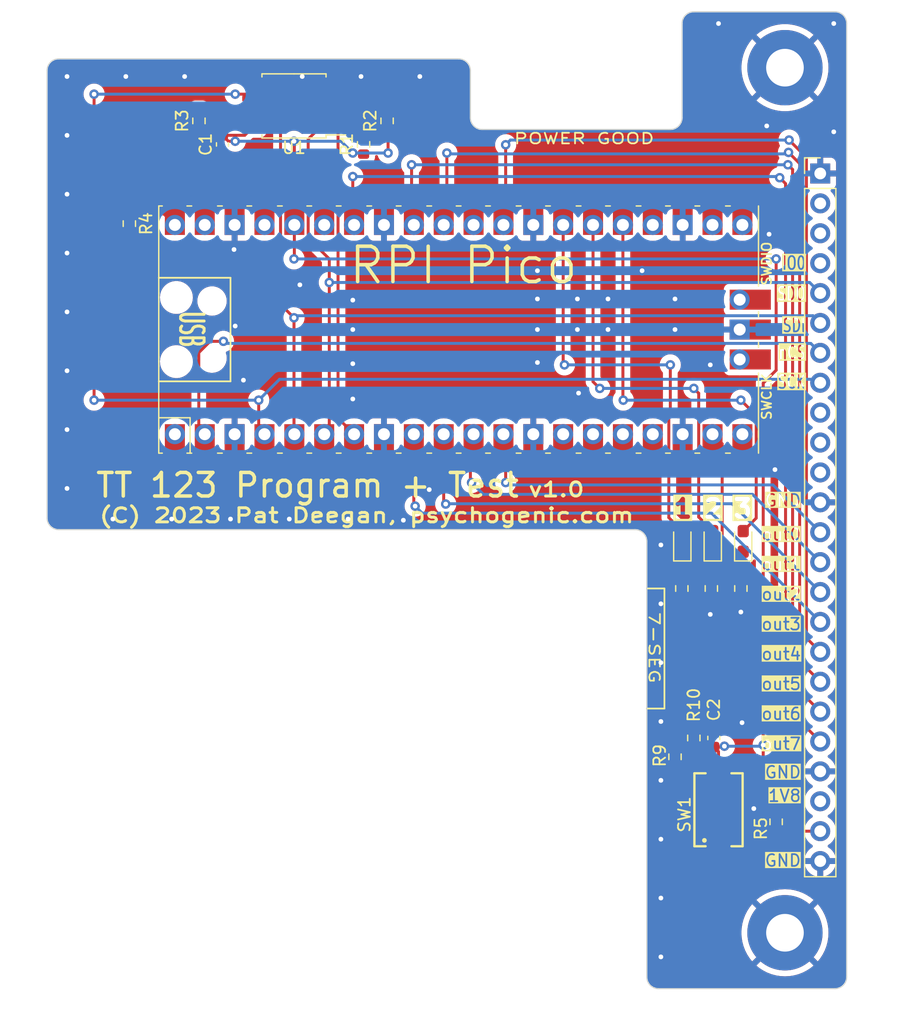
<source format=kicad_pcb>
(kicad_pcb (version 20221018) (generator pcbnew)
  (title_block (title "TT123Tester") (date "2023-12-15") (rev "1.0") (company "Psychogenic Technologies") (comment 1 "(C) 2023 Pat Deegan"))
  (layers (0 "F.Cu" signal) (31 "B.Cu" signal) (34 "B.Paste" user) (35 "F.Paste" user) (36 "B.SilkS" user "B.Silkscreen") (37 "F.SilkS" user "F.Silkscreen") (38 "B.Mask" user) (39 "F.Mask" user) (44 "Edge.Cuts" user))
  (net 0 "")
  (net 1 "GND")
  (net 2 "+3.3V")
  (net 3 "Net-(R10-Pad2)")
  (net 5 "+5V")
  (net 6 "in7")
  (net 7 "in6")
  (net 8 "in5")
  (net 9 "in4")
  (net 10 "in3")
  (net 11 "in2")
  (net 12 "in1")
  (net 13 "in0")
  (net 14 "ext_clk")
  (net 15 "ready")
  (net 16 "mprj_io0")
  (net 17 "mprj_io1_SDO")
  (net 18 "mprj_io2_SDI")
  (net 19 "mprj_io3_CSB")
  (net 20 "mprj_io4_SCK")
  (net 21 "mprj_io5_ser_rx")
  (net 22 "mprj_io6_ser_tx")
  (net 23 "mprj_io7")
  (net 24 "out0")
  (net 25 "out1")
  (net 26 "out2")
  (net 27 "out3")
  (net 28 "out4")
  (net 29 "out5")
  (net 30 "out6")
  (net 31 "out7")
  (net 32 "+1V8")
  (net 33 "/~{TST_CS}")
  (net 34 "Net-(U1-IO2)")
  (net 35 "Net-(U1-IO3)")
  (net 36 "VBUS")
  (net 46 "Net-(D1-K)")
  (net 47 "Net-(D2-K)")
  (net 48 "Net-(D3-K)")
  (net 49 "VCC")
  (footprint "flyingcarsfootprints:StitchingVia-0.4mmDrill" (layer "F.Cu") (at 75.7 25.5)
    (fp_text reference "STITCH18" hide)
    (fp_text value "StitchingVia-0.4mmDrill" hide)
  )
  (footprint "Resistor_SMD:R_0603_1608Metric" (layer "F.Cu") (at 97.9175 29.27 90)
    (fp_text reference "R2")
    (fp_text value "10k")
  )
  (footprint "Package_SO:SOIC-8_5.23x5.23mm_P1.27mm" (layer "F.Cu") (at 90 28 180)
    (fp_text reference "U1")
    (fp_text value "W25Q32JVSS")
  )
  (footprint "flyingcarsfootprints:StitchingVia-0.4mmDrill" (layer "F.Cu") (at 70.7 40.5)
    (fp_text reference "STITCH13" hide)
    (fp_text value "StitchingVia-0.4mmDrill" hide)
  )
  (footprint "flyingcarsfootprints:StitchingVia-0.4mmDrill" (layer "F.Cu") (at 121.2 80.3)
    (fp_text reference "STITCH27" hide)
    (fp_text value "StitchingVia-0.4mmDrill" hide)
  )
  (footprint "flyingcarsfootprints:StitchingVia-0.4mmDrill" (layer "F.Cu") (at 70.7 35.5)
    (fp_text reference "STITCH12" hide)
    (fp_text value "StitchingVia-0.4mmDrill" hide)
  )
  (footprint "flyingcarsfootprints:StitchingVia-0.4mmDrill" (layer "F.Cu") (at 85 46.7)
    (fp_text reference "STITCH35" hide)
    (fp_text value "StitchingVia-0.4mmDrill" hide)
  )
  (footprint "flyingcarsfootprints:StitchingVia-0.4mmDrill" (layer "F.Cu") (at 70.7 60.5)
    (fp_text reference "STITCH17" hide)
    (fp_text value "StitchingVia-0.4mmDrill" hide)
  )
  (footprint "flyingcarsfootprints:StitchingVia-0.4mmDrill" (layer "F.Cu") (at 128.1 80.4)
    (fp_text reference "STITCH27" hide)
    (fp_text value "StitchingVia-0.4mmDrill" hide)
  )
  (footprint "flyingcarsfootprints:StitchingVia-0.4mmDrill" (layer "F.Cu") (at 121.2 70.3)
    (fp_text reference "STITCH25" hide)
    (fp_text value "StitchingVia-0.4mmDrill" hide)
  )
  (footprint "LED_SMD:LED_0603_1608Metric_Pad1.05x0.95mm_HandSolder" (layer "F.Cu") (at 123.02 65 90)
    (fp_text reference "D1" hide)
    (fp_text value "LED")
  )
  (footprint "flyingcarsfootprints:StitchingVia-0.4mmDrill" (layer "F.Cu") (at 110.7 47)
    (fp_text reference "STITCH35" hide)
    (fp_text value "StitchingVia-0.4mmDrill" hide)
  )
  (footprint "flyingcarsfootprints:StitchingVia-0.4mmDrill" (layer "F.Cu") (at 101.5 60.6)
    (fp_text reference "STITCH35" hide)
    (fp_text value "StitchingVia-0.4mmDrill" hide)
  )
  (footprint "flyingcarsfootprints:StitchingVia-0.4mmDrill" (layer "F.Cu") (at 121.2 65.3)
    (fp_text reference "STITCH20" hide)
    (fp_text value "StitchingVia-0.4mmDrill" hide)
  )
  (footprint "flyingcarsfootprints:StitchingVia-0.4mmDrill" (layer "F.Cu") (at 95 44.5)
    (fp_text reference "STITCH35" hide)
    (fp_text value "StitchingVia-0.4mmDrill" hide)
  )
  (footprint "Capacitor_SMD:C_0603_1608Metric" (layer "F.Cu") (at 125.7 81.7 90)
    (fp_text reference "C2")
    (fp_text value "100nF")
  )
  (footprint "Resistor_SMD:R_0603_1608Metric" (layer "F.Cu") (at 128 69 90)
    (fp_text reference "R8" hide)
    (fp_text value "R_US")
  )
  (footprint "Resistor_SMD:R_0603_1608Metric" (layer "F.Cu") (at 122.98 69 90)
    (fp_text reference "R6" hide)
    (fp_text value "R_US")
  )
  (footprint "flyingcarsfootprints:StitchingVia-0.4mmDrill" (layer "F.Cu") (at 116.7 44.4)
    (fp_text reference "STITCH35" hide)
    (fp_text value "StitchingVia-0.4mmDrill" hide)
  )
  (footprint "flyingcarsfootprints:StitchingVia-0.4mmDrill" (layer "F.Cu") (at 70.7 25.5)
    (fp_text reference "STITCH10" hide)
    (fp_text value "StitchingVia-0.4mmDrill" hide)
  )
  (footprint "Resistor_SMD:R_0603_1608Metric" (layer "F.Cu") (at 95.9175 31.27 90)
    (fp_text reference "R1")
    (fp_text value "10k")
  )
  (footprint "flyingcarsfootprints:StitchingVia-0.4mmDrill" (layer "F.Cu") (at 90.5 43.2)
    (fp_text reference "STITCH35" hide)
    (fp_text value "StitchingVia-0.4mmDrill" hide)
  )
  (footprint "flyingcarsfootprints:StitchingVia-0.4mmDrill" (layer "F.Cu") (at 130.9 58.9)
    (fp_text reference "STITCH35" hide)
    (fp_text value "StitchingVia-0.4mmDrill" hide)
  )
  (footprint "flyingcarsfootprints:StitchingVia-0.4mmDrill" (layer "F.Cu") (at 122.4 44.4)
    (fp_text reference "STITCH35" hide)
    (fp_text value "StitchingVia-0.4mmDrill" hide)
  )
  (footprint "flyingcarsfootprints:StitchingVia-0.4mmDrill" (layer "F.Cu") (at 121.2 85.3)
    (fp_text reference "STITCH28" hide)
    (fp_text value "StitchingVia-0.4mmDrill" hide)
  )
  (footprint "flyingcarsfootprints:StitchingVia-0.4mmDrill" (layer "F.Cu") (at 110.7 49.8)
    (fp_text reference "STITCH35" hide)
    (fp_text value "StitchingVia-0.4mmDrill" hide)
  )
  (footprint "flyingcarsfootprints:StitchingVia-0.4mmDrill" (layer "F.Cu") (at 110.7 42)
    (fp_text reference "STITCH35" hide)
    (fp_text value "StitchingVia-0.4mmDrill" hide)
  )
  (footprint "Resistor_SMD:R_0603_1608Metric" (layer "F.Cu") (at 131 88.825 -90)
    (fp_text reference "R5")
    (fp_text value "R_0R_0603_JUMPER")
  )
  (footprint "MCU_RaspberryPi_and_Boards:RPi_Pico_SMD_TH" (layer "F.Cu") (at 104 47 90)
    (fp_text reference "U2" hide)
    (fp_text value "Pico" hide)
  )
  (footprint "Resistor_SMD:R_0603_1608Metric" (layer "F.Cu") (at 125.49 69 90)
    (fp_text reference "R7" hide)
    (fp_text value "R_US")
  )
  (footprint "flyingcarsfootprints:StitchingVia-0.4mmDrill" (layer "F.Cu") (at 114.2 52.4)
    (fp_text reference "STITCH35" hide)
    (fp_text value "StitchingVia-0.4mmDrill" hide)
  )
  (footprint "flyingcarsfootprints:StitchingVia-0.4mmDrill" (layer "F.Cu") (at 114.1 47)
    (fp_text reference "STITCH35" hide)
    (fp_text value "StitchingVia-0.4mmDrill" hide)
  )
  (footprint "flyingcarsfootprints:StitchingVia-0.4mmDrill" (layer "F.Cu") (at 70.7 50.5)
    (fp_text reference "STITCH15" hide)
    (fp_text value "StitchingVia-0.4mmDrill" hide)
  )
  (footprint "flyingcarsfootprints:StitchingVia-0.4mmDrill" (layer "F.Cu") (at 121.2 75.3)
    (fp_text reference "STITCH26" hide)
    (fp_text value "StitchingVia-0.4mmDrill" hide)
  )
  (footprint "flyingcarsfootprints:StitchingVia-0.4mmDrill" (layer "F.Cu") (at 84.9 40.2)
    (fp_text reference "STITCH35" hide)
    (fp_text value "StitchingVia-0.4mmDrill" hide)
  )
  (footprint "Capacitor_SMD:C_0603_1608Metric" (layer "F.Cu") (at 83.9175 31.27 90)
    (fp_text reference "C1")
    (fp_text value "100nF")
  )
  (footprint "flyingcarsfootprints:StitchingVia-0.4mmDrill" (layer "F.Cu") (at 90.7 25.5)
    (fp_text reference "STITCH21" hide)
    (fp_text value "StitchingVia-0.4mmDrill" hide)
  )
  (footprint "Resistor_SMD:R_0603_1608Metric" (layer "F.Cu") (at 81.9175 29.27 90)
    (fp_text reference "R3")
    (fp_text value "10k")
  )
  (footprint "Resistor_SMD:R_0603_1608Metric" (layer "F.Cu") (at 124 81.7 -90)
    (fp_text reference "R10")
    (fp_text value "1k")
  )
  (footprint "flyingcarsfootprints:StitchingVia-0.4mmDrill" (layer "F.Cu") (at 122.4 47)
    (fp_text reference "STITCH35" hide)
    (fp_text value "StitchingVia-0.4mmDrill" hide)
  )
  (footprint "flyingcarsfootprints:StitchingVia-0.4mmDrill" (layer "F.Cu") (at 121.2 95.3)
    (fp_text reference "STITCH30" hide)
    (fp_text value "StitchingVia-0.4mmDrill" hide)
  )
  (footprint "Connector_PinHeader_2.54mm:PinHeader_1x24_P2.54mm_Vertical" (layer "F.Cu") (at 134.75 33.74)
    (fp_text reference "J2" hide)
    (fp_text value "61302411121")
  )
  (footprint "LED_SMD:LED_0603_1608Metric_Pad1.05x0.95mm_HandSolder" (layer "F.Cu") (at 125.61 65 90)
    (fp_text reference "D2" hide)
    (fp_text value "LED")
  )
  (footprint "flyingcarsfootprints:StitchingVia-0.4mmDrill" (layer "F.Cu") (at 126.1 21)
    (fp_text reference "STITCH35" hide)
    (fp_text value "StitchingVia-0.4mmDrill" hide)
  )
  (footprint "flyingcarsfootprints:StitchingVia-0.4mmDrill" (layer "F.Cu") (at 95 52.9)
    (fp_text reference "STITCH35" hide)
    (fp_text value "StitchingVia-0.4mmDrill" hide)
  )
  (footprint "flyingcarsfootprints:StitchingVia-0.4mmDrill" (layer "F.Cu") (at 116.7 47)
    (fp_text reference "STITCH35" hide)
    (fp_text value "StitchingVia-0.4mmDrill" hide)
  )
  (footprint "flyingcarsfootprints:StitchingVia-0.4mmDrill" (layer "F.Cu") (at 121.2 100.3)
    (fp_text reference "STITCH31" hide)
    (fp_text value "StitchingVia-0.4mmDrill" hide)
  )
  (footprint "flyingcarsfootprints:StitchingVia-0.4mmDrill" (layer "F.Cu") (at 80.7 25.5)
    (fp_text reference "STITCH19" hide)
    (fp_text value "StitchingVia-0.4mmDrill" hide)
  )
  (footprint "flyingcarsfootprints:StitchingVia-0.4mmDrill" (layer "F.Cu") (at 70.7 30.5)
    (fp_text reference "STITCH11" hide)
    (fp_text value "StitchingVia-0.4mmDrill" hide)
  )
  (footprint "flyingcarsfootprints:StitchingVia-0.4mmDrill" (layer "F.Cu") (at 99.3 63.2)
    (fp_text reference "STITCH35" hide)
    (fp_text value "StitchingVia-0.4mmDrill" hide)
  )
  (footprint "flyingcarsfootprints:StitchingVia-0.4mmDrill" (layer "F.Cu") (at 125.4 50)
    (fp_text reference "STITCH35" hide)
    (fp_text value "StitchingVia-0.4mmDrill" hide)
  )
  (footprint "flyingcarsfootprints:StitchingVia-0.4mmDrill" (layer "F.Cu") (at 100.7 25.5)
    (fp_text reference "STITCH23" hide)
    (fp_text value "StitchingVia-0.4mmDrill" hide)
  )
  (footprint "flyingcarsfootprints:StitchingVia-0.4mmDrill" (layer "F.Cu") (at 95.7 25.5)
    (fp_text reference "STITCH22" hide)
    (fp_text value "StitchingVia-0.4mmDrill" hide)
  )
  (footprint "flyingcarsfootprints:StitchingVia-0.4mmDrill" (layer "F.Cu") (at 119.6 42)
    (fp_text reference "STITCH35" hide)
    (fp_text value "StitchingVia-0.4mmDrill" hide)
  )
  (footprint "flyingcarsfootprints:StitchingVia-0.4mmDrill" (layer "F.Cu") (at 70.7 55.5)
    (fp_text reference "STITCH16" hide)
    (fp_text value "StitchingVia-0.4mmDrill" hide)
  )
  (footprint "flyingcarsfootprints:StitchingVia-0.4mmDrill" (layer "F.Cu") (at 94.6 63.1)
    (fp_text reference "STITCH35" hide)
    (fp_text value "StitchingVia-0.4mmDrill" hide)
  )
  (footprint "flyingcarsfootprints:StitchingVia-0.4mmDrill" (layer "F.Cu") (at 130.2 29.7)
    (fp_text reference "STITCH35" hide)
    (fp_text value "StitchingVia-0.4mmDrill" hide)
  )
  (footprint "flyingcarsfootprints:StitchingVia-0.4mmDrill" (layer "F.Cu") (at 129.1 87.7)
    (fp_text reference "STITCH27" hide)
    (fp_text value "StitchingVia-0.4mmDrill" hide)
  )
  (footprint "flyingcarsfootprints:StitchingVia-0.4mmDrill" (layer "F.Cu") (at 74.6 63.1)
    (fp_text reference "STITCH31" hide)
    (fp_text value "StitchingVia-0.4mmDrill" hide)
  )
  (footprint "TinyTapeout:434121025816" (layer "F.Cu") (at 126.1 87.8 90)
    (fp_text reference "SW1")
    (fp_text value "434121025816")
  )
  (footprint "MountingHole:MountingHole_3.2mm_M3_Pad" (layer "F.Cu") (at 131.75 98.25)
    (fp_text reference "MT2" hide)
    (fp_text value "MountingHole_Pad")
  )
  (footprint "flyingcarsfootprints:StitchingVia-0.4mmDrill" (layer "F.Cu") (at 95 47)
    (fp_text reference "STITCH35" hide)
    (fp_text value "StitchingVia-0.4mmDrill" hide)
  )
  (footprint "flyingcarsfootprints:StitchingVia-0.4mmDrill" (layer "F.Cu") (at 95 49.9)
    (fp_text reference "STITCH35" hide)
    (fp_text value "StitchingVia-0.4mmDrill" hide)
  )
  (footprint "flyingcarsfootprints:StitchingVia-0.4mmDrill" (layer "F.Cu") (at 121.2 90.3)
    (fp_text reference "STITCH29" hide)
    (fp_text value "StitchingVia-0.4mmDrill" hide)
  )
  (footprint "MountingHole:MountingHole_3.2mm_M3_Pad" (layer "F.Cu") (at 131.75 24.75)
    (fp_text reference "MT1" hide)
    (fp_text value "MountingHole_Pad")
  )
  (footprint "flyingcarsfootprints:StitchingVia-0.4mmDrill" (layer "F.Cu") (at 135.9 21)
    (fp_text reference "STITCH35" hide)
    (fp_text value "StitchingVia-0.4mmDrill" hide)
  )
  (footprint "flyingcarsfootprints:StitchingVia-0.4mmDrill" (layer "F.Cu") (at 70.7 45.5)
    (fp_text reference "STITCH14" hide)
    (fp_text value "StitchingVia-0.4mmDrill" hide)
  )
  (footprint "flyingcarsfootprints:StitchingVia-0.4mmDrill" (layer "F.Cu") (at 110.7 44.4)
    (fp_text reference "STITCH35" hide)
    (fp_text value "StitchingVia-0.4mmDrill" hide)
  )
  (footprint "Resistor_SMD:R_0603_1608Metric" (layer "F.Cu") (at 122.4 83.3 -90)
    (fp_text reference "R9")
    (fp_text value "10k")
  )
  (footprint "flyingcarsfootprints:StitchingVia-0.4mmDrill" (layer "F.Cu") (at 114.1 44.4)
    (fp_text reference "STITCH35" hide)
    (fp_text value "StitchingVia-0.4mmDrill" hide)
  )
  (footprint "flyingcarsfootprints:StitchingVia-0.4mmDrill" (layer "F.Cu") (at 84.6 63.1)
    (fp_text reference "STITCH33" hide)
    (fp_text value "StitchingVia-0.4mmDrill" hide)
  )
  (footprint "LED_SMD:LED_0603_1608Metric_Pad1.05x0.95mm_HandSolder" (layer "F.Cu") (at 128.2 65 90)
    (fp_text reference "D3" hide)
    (fp_text value "LED")
  )
  (footprint "flyingcarsfootprints:StitchingVia-0.4mmDrill" (layer "F.Cu") (at 89.6 63.1)
    (fp_text reference "STITCH34" hide)
    (fp_text value "StitchingVia-0.4mmDrill" hide)
  )
  (footprint "flyingcarsfootprints:StitchingVia-0.4mmDrill" (layer "F.Cu") (at 130.4 38.9)
    (fp_text reference "STITCH35" hide)
    (fp_text value "StitchingVia-0.4mmDrill" hide)
  )
  (footprint "flyingcarsfootprints:StitchingVia-0.4mmDrill" (layer "F.Cu") (at 79.6 63.1)
    (fp_text reference "STITCH32" hide)
    (fp_text value "StitchingVia-0.4mmDrill" hide)
  )
  (footprint "Resistor_SMD:R_0603_1608Metric" (layer "F.Cu") (at 76 38 -90)
    (fp_text reference "R4")
    (fp_text value "R_0R_0603_JUMPER")
  )
  (footprint "flyingcarsfootprints:StitchingVia-0.4mmDrill" (layer "F.Cu") (at 85.7 51.3)
    (fp_text reference "STITCH35" hide)
    (fp_text value "StitchingVia-0.4mmDrill" hide)
  )
  (footprint "flyingcarsfootprints:StitchingVia-0.4mmDrill" (layer "F.Cu") (at 135.9 30.2)
    (fp_text reference "STITCH35" hide)
    (fp_text value "StitchingVia-0.4mmDrill" hide)
  )
  (gr_line (start 121.5 69) (end 121.5 79.2) (stroke (width 0.15)) (layer "F.SilkS"))
  (gr_line (start 84.6 42.6) (end 84.6 51.4) (stroke (width 0.15)) (layer "F.SilkS"))
  (gr_line (start 120.1 69) (end 121.5 69) (stroke (width 0.15)) (layer "F.SilkS"))
  (gr_line (start 84.6 51.4) (end 78.5 51.4) (stroke (width 0.15)) (layer "F.SilkS"))
  (gr_line (start 78.5 42.6) (end 84.6 42.6) (stroke (width 0.15)) (layer "F.SilkS"))
  (gr_line (start 121.5 79.2) (end 120 79.2) (stroke (width 0.15)) (layer "F.SilkS"))
  (gr_line (start 69 25) (end 69 63) (stroke (width 0.1)) (layer "Edge.Cuts"))
  (gr_arc (start 121 103) (mid 120.292893 102.707107) (end 120 102) (stroke (width 0.1)) (layer "Edge.Cuts"))
  (gr_line (start 121 103) (end 136 103) (stroke (width 0.1)) (layer "Edge.Cuts"))
  (gr_line (start 137 102) (end 137 21) (stroke (width 0.1)) (layer "Edge.Cuts"))
  (gr_line (start 123 21) (end 123 29) (stroke (width 0.1)) (layer "Edge.Cuts"))
  (gr_arc (start 137 102) (mid 136.707107 102.707107) (end 136 103) (stroke (width 0.1)) (layer "Edge.Cuts"))
  (gr_arc (start 70 64) (mid 69.292893 63.707107) (end 69 63) (stroke (width 0.1)) (layer "Edge.Cuts"))
  (gr_arc (start 136 20) (mid 136.707107 20.292893) (end 137 21) (stroke (width 0.1)) (layer "Edge.Cuts"))
  (gr_arc (start 119 64) (mid 119.707107 64.292893) (end 120 65) (stroke (width 0.1)) (layer "Edge.Cuts"))
  (gr_arc (start 69 25) (mid 69.292893 24.292893) (end 70 24) (stroke (width 0.1)) (layer "Edge.Cuts"))
  (gr_arc (start 106 30) (mid 105.292893 29.707107) (end 105 29) (stroke (width 0.1)) (layer "Edge.Cuts"))
  (gr_line (start 104 24) (end 70 24) (stroke (width 0.1)) (layer "Edge.Cuts"))
  (gr_line (start 105 29) (end 105 25) (stroke (width 0.1)) (layer "Edge.Cuts"))
  (gr_line (start 70 64) (end 119 64) (stroke (width 0.1)) (layer "Edge.Cuts"))
  (gr_arc (start 104 24) (mid 104.707107 24.292893) (end 105 25) (stroke (width 0.1)) (layer "Edge.Cuts"))
  (gr_arc (start 123 21) (mid 123.292893 20.292893) (end 124 20) (stroke (width 0.1)) (layer "Edge.Cuts"))
  (gr_arc (start 123 29) (mid 122.707107 29.707107) (end 122 30) (stroke (width 0.1)) (layer "Edge.Cuts"))
  (gr_line (start 120 65) (end 120 102) (stroke (width 0.1)) (layer "Edge.Cuts"))
  (gr_line (start 122 30) (end 106 30) (stroke (width 0.1)) (layer "Edge.Cuts"))
  (gr_line (start 136 20) (end 124 20) (stroke (width 0.1)) (layer "Edge.Cuts"))
  (gr_text "2" (at 124.7 63.1) (layer "F.SilkS" knockout) (effects (font (size 1.5 1.5) (thickness 0.375) bold) (justify left bottom)))
  (gr_text "IO0" (at 133.6 42) (layer "F.SilkS" knockout) (effects (font (size 1.1 0.8)) (justify right bottom)))
  (gr_text "SDO" (at 133.6 44.6) (layer "F.SilkS" knockout) (effects (font (size 1.1 0.8)) (justify right bottom)))
  (gr_text "out7" (at 133.2 82.78) (layer "F.SilkS" knockout) (effects (font (size 1 1)) (justify right bottom)))
  (gr_text "out1" (at 133.2 67.54) (layer "F.SilkS" knockout) (effects (font (size 1 1)) (justify right bottom)))
  (gr_text "1" (at 122.1 63.1) (layer "F.SilkS" knockout) (effects (font (size 1.5 1.5) (thickness 0.375) bold) (justify left bottom)))
  (gr_text "out5" (at 133.2 77.7) (layer "F.SilkS" knockout) (effects (font (size 1 1)) (justify right bottom)))
  (gr_text "out3" (at 133.2 72.62) (layer "F.SilkS" knockout) (effects (font (size 1 1)) (justify right bottom)))
  (gr_text "out4" (at 133.2 75.16) (layer "F.SilkS" knockout) (effects (font (size 1 1)) (justify right bottom)))
  (gr_text "USB" (at 80.1 45.3 270) (layer "F.SilkS") (effects (font (size 2 1) (thickness 0.25)) (justify left bottom)))
  (gr_text "7-SEG" (at 120.1 70.9 270) (layer "F.SilkS") (effects (font (size 0.9 1.2)) (justify left bottom)))
  (gr_text "RPI Pico" (at 94.5 43.3) (layer "F.SilkS") (effects (font (size 3 3) (thickness 0.3)) (justify left bottom)))
  (gr_text "TT 123 Program + Test" (at 73 61.4) (layer "F.SilkS") (effects (font (size 2 2) (thickness 0.3)) (justify left bottom)))
  (gr_text "POWER GOOD" (at 108.6 31.3) (layer "F.SilkS") (effects (font (size 0.9 1.2)) (justify left bottom)))
  (gr_text "GND" (at 133.2 92.7) (layer "F.SilkS" knockout) (effects (font (size 1 1)) (justify right bottom)))
  (gr_text "v1.0" (at 109.8 61.3) (layer "F.SilkS") (effects (font (size 1.2 1.5) (thickness 0.25)) (justify left bottom)))
  (gr_text "1V8" (at 133.2 87.2) (layer "F.SilkS" knockout) (effects (font (size 1 1)) (justify right bottom)))
  (gr_text "(C) 2023 Pat Deegan, psychogenic.com" (at 73.3 63.5) (layer "F.SilkS") (effects (font (size 1.2 1.5) (thickness 0.25)) (justify left bottom)))
  (gr_text "SDI" (at 133.6 47.3) (layer "F.SilkS" knockout) (effects (font (size 1.1 0.8)) (justify right bottom)))
  (gr_text "nCS" (at 133.6 49.6) (layer "F.SilkS" knockout) (effects (font (size 1.1 0.8)) (justify right bottom)))
  (gr_text "out0" (at 133.2 65) (layer "F.SilkS" knockout) (effects (font (size 1 1)) (justify right bottom)))
  (gr_text "out2" (at 133.2 70.08) (layer "F.SilkS" knockout) (effects (font (size 1 1)) (justify right bottom)))
  (gr_text "GND" (at 133.2 85.2) (layer "F.SilkS" knockout) (effects (font (size 1 1)) (justify right bottom)))
  (gr_text "GND" (at 133.2 62.1) (layer "F.SilkS" knockout) (effects (font (size 1 1)) (justify right bottom)))
  (gr_text "3" (at 127.2 63.1) (layer "F.SilkS" knockout) (effects (font (size 1.5 1.5) (thickness 0.375) bold) (justify left bottom)))
  (gr_text "out6" (at 133.2 80.24) (layer "F.SilkS" knockout) (effects (font (size 1 1)) (justify right bottom)))
  (gr_text "SCK" (at 133.6 52.1) (layer "F.SilkS" knockout) (effects (font (size 1.1 0.8)) (justify right bottom)))
  (segment (start 127.9 47) (end 122.4 47) (width 0.25) (layer "F.Cu") (net 1))
  (segment (start 125.49 69.825) (end 125.49 71.11) (width 0.25) (layer "F.Cu") (net 1))
  (segment (start 128 69.825) (end 128 71) (width 0.25) (layer "F.Cu") (net 1))
  (segment (start 125.49 71.11) (end 125.4 71.2) (width 0.25) (layer "F.Cu") (net 1))
  (via (at 125.4 71.2) (size 0.8) (drill 0.4) (layers "F.Cu" "B.Cu") (net 1))
  (via (at 128 71) (size 0.8) (drill 0.4) (layers "F.Cu" "B.Cu") (net 1))
  (segment (start 131.03 89.62) (end 134.75 89.62) (width 0.25) (layer "F.Cu") (net 2))
  (segment (start 131 89.65) (end 131.03 89.62) (width 0.25) (layer "F.Cu") (net 2))
  (segment (start 126.1 91.05) (end 124 88.95) (width 0.25) (layer "F.Cu") (net 3))
  (segment (start 122.45 82.525) (end 122.4 82.475) (width 0.25) (layer "F.Cu") (net 3))
  (segment (start 124 82.525) (end 122.45 82.525) (width 0.25) (layer "F.Cu") (net 3))
  (segment (start 124 88.95) (end 124 82.525) (width 0.25) (layer "F.Cu") (net 3))
  (segment (start 122 54) (end 121.875 54.125) (width 0.25) (layer "F.Cu") (net 6))
  (segment (start 112.89 38.11) (end 112.89 49.89) (width 0.25) (layer "F.Cu") (net 6))
  (segment (start 122 50) (end 122 54) (width 0.25) (layer "F.Cu") (net 6))
  (segment (start 112.89 49.89) (end 113 50) (width 0.25) (layer "F.Cu") (net 6))
  (segment (start 121.875 54.125) (end 121.875 62.98) (width 0.25) (layer "F.Cu") (net 6))
  (segment (start 121.875 62.98) (end 123.02 64.125) (width 0.25) (layer "F.Cu") (net 6))
  (via (at 113 50) (size 0.8) (drill 0.4) (layers "F.Cu" "B.Cu") (net 6))
  (via (at 122 50) (size 0.8) (drill 0.4) (layers "F.Cu" "B.Cu") (net 6))
  (segment (start 113 50) (end 122 50) (width 0.25) (layer "B.Cu") (net 6))
  (segment (start 115.43 51.43) (end 116 52) (width 0.25) (layer "F.Cu") (net 7))
  (segment (start 124.415 52.415) (end 124.415 62.93) (width 0.25) (layer "F.Cu") (net 7))
  (segment (start 124.415 62.93) (end 125.61 64.125) (width 0.25) (layer "F.Cu") (net 7))
  (segment (start 124 52) (end 124.415 52.415) (width 0.25) (layer "F.Cu") (net 7))
  (segment (start 115.43 38.11) (end 115.43 51.43) (width 0.25) (layer "F.Cu") (net 7))
  (via (at 124 52) (size 0.8) (drill 0.4) (layers "F.Cu" "B.Cu") (net 7))
  (via (at 116 52) (size 0.8) (drill 0.4) (layers "F.Cu" "B.Cu") (net 7))
  (segment (start 116 52) (end 124 52) (width 0.25) (layer "B.Cu") (net 7))
  (segment (start 117.97 52.97) (end 118 53) (width 0.25) (layer "F.Cu") (net 8))
  (segment (start 128 53) (end 129.305 54.305) (width 0.25) (layer "F.Cu") (net 8))
  (segment (start 129.305 63.02) (end 128.2 64.125) (width 0.25) (layer "F.Cu") (net 8))
  (segment (start 117.97 38.11) (end 117.97 52.97) (width 0.25) (layer "F.Cu") (net 8))
  (segment (start 129.305 54.305) (end 129.305 63.02) (width 0.25) (layer "F.Cu") (net 8))
  (via (at 128 53) (size 0.8) (drill 0.4) (layers "F.Cu" "B.Cu") (net 8))
  (via (at 118 53) (size 0.8) (drill 0.4) (layers "F.Cu" "B.Cu") (net 8))
  (segment (start 118 53) (end 128 53) (width 0.25) (layer "B.Cu") (net 8))
  (segment (start 125.65 80.875) (end 125.7 80.925) (width 0.25) (layer "F.Cu") (net 13))
  (segment (start 124 80.875) (end 125.65 80.875) (width 0.25) (layer "F.Cu") (net 13))
  (segment (start 126.41 56.71) (end 125.59 55.89) (width 0.25) (layer "F.Cu") (net 13))
  (segment (start 125.7 80.925) (end 126.41 80.215) (width 0.25) (layer "F.Cu") (net 13))
  (segment (start 126.41 80.215) (end 126.41 56.71) (width 0.25) (layer "F.Cu") (net 13))
  (segment (start 91.205 30.824092) (end 93.394092 28.635) (width 0.25) (layer "F.Cu") (net 17))
  (segment (start 93 43) (end 93 55.46) (width 0.25) (layer "F.Cu") (net 17))
  (segment (start 93 55.46) (end 92.57 55.89) (width 0.25) (layer "F.Cu") (net 17))
  (segment (start 93 41) (end 91.205 39.205) (width 0.25) (layer "F.Cu") (net 17))
  (segment (start 93 43) (end 93 41) (width 0.25) (layer "F.Cu") (net 17))
  (segment (start 91.205 39.205) (end 91.205 30.824092) (width 0.25) (layer "F.Cu") (net 17))
  (segment (start 93.394092 28.635) (end 93.6 28.635) (width 0.25) (layer "F.Cu") (net 17))
  (via (at 93 43) (size 0.8) (drill 0.4) (layers "F.Cu" "B.Cu") (net 17))
  (segment (start 134.75 43.9) (end 133.85 43) (width 0.25) (layer "B.Cu") (net 17))
  (segment (start 133.85 43) (end 93 43) (width 0.25) (layer "B.Cu") (net 17))
  (segment (start 90 55.86) (end 90.03 55.89) (width 0.25) (layer "F.Cu") (net 18))
  (segment (start 88.855 44.855) (end 88.855 28.344092) (width 0.25) (layer "F.Cu") (net 18))
  (segment (start 90 46) (end 90 55.86) (width 0.25) (layer "F.Cu") (net 18))
  (segment (start 90 46) (end 88.855 44.855) (width 0.25) (layer "F.Cu") (net 18))
  (segment (start 86.605908 26.095) (end 86.4 26.095) (width 0.25) (layer "F.Cu") (net 18))
  (segment (start 88.855 28.344092) (end 86.605908 26.095) (width 0.25) (layer "F.Cu") (net 18))
  (via (at 90 46) (size 0.8) (drill 0.4) (layers "F.Cu" "B.Cu") (net 18))
  (segment (start 90.175 45.825) (end 90 46) (width 0.25) (layer "B.Cu") (net 18))
  (segment (start 134.135 45.825) (end 90.175 45.825) (width 0.25) (layer "B.Cu") (net 18))
  (segment (start 134.75 46.44) (end 134.135 45.825) (width 0.25) (layer "B.Cu") (net 18))
  (segment (start 81.905 55.385) (end 82.41 55.89) (width 0.25) (layer "F.Cu") (net 19))
  (segment (start 81.905 48.95901) (end 81.905 55.385) (width 0.25) (layer "F.Cu") (net 19))
  (segment (start 82.86401 48) (end 81.905 48.95901) (width 0.25) (layer "F.Cu") (net 19))
  (segment (start 84 48) (end 82.86401 48) (width 0.25) (layer "F.Cu") (net 19))
  (via (at 84 48) (size 0.8) (drill 0.4) (layers "F.Cu" "B.Cu") (net 19))
  (segment (start 133.945 48.175) (end 84.175 48.175) (width 0.25) (layer "B.Cu") (net 19))
  (segment (start 134.75 48.98) (end 133.945 48.175) (width 0.25) (layer "B.Cu") (net 19))
  (segment (start 84.175 48.175) (end 84 48) (width 0.25) (layer "B.Cu") (net 19))
  (segment (start 86.035 27) (end 86.4 27.365) (width 0.25) (layer "F.Cu") (net 20))
  (segment (start 85 27) (end 86.035 27) (width 0.25) (layer "F.Cu") (net 20))
  (segment (start 73 53) (end 73 27) (width 0.25) (layer "F.Cu") (net 20))
  (segment (start 87 55.4) (end 87.49 55.89) (width 0.25) (layer "F.Cu") (net 20))
  (segment (start 87 53) (end 87 55.4) (width 0.25) (layer "F.Cu") (net 20))
  (via (at 87 53) (size 0.8) (drill 0.4) (layers "F.Cu" "B.Cu") (net 20))
  (via (at 85 27) (size 0.8) (drill 0.4) (layers "F.Cu" "B.Cu") (net 20))
  (via (at 73 53) (size 0.8) (drill 0.4) (layers "F.Cu" "B.Cu") (net 20))
  (via (at 73 27) (size 0.8) (drill 0.4) (layers "F.Cu" "B.Cu") (net 20))
  (segment (start 87 53) (end 73 53) (width 0.25) (layer "B.Cu") (net 20))
  (segment (start 134.75 51.52) (end 134.455 51.225) (width 0.25) (layer "B.Cu") (net 20))
  (segment (start 134.455 51.225) (end 88.775 51.225) (width 0.25) (layer "B.Cu") (net 20))
  (segment (start 88.775 51.225) (end 87 53) (width 0.25) (layer "B.Cu") (net 20))
  (segment (start 73 27) (end 85 27) (width 0.25) (layer "B.Cu") (net 20))
  (segment (start 108 56.08) (end 107.81 55.89) (width 0.25) (layer "F.Cu") (net 24))
  (segment (start 108 60) (end 108 56.08) (width 0.25) (layer "F.Cu") (net 24))
  (via (at 108 60) (size 0.8) (drill 0.4) (layers "F.Cu" "B.Cu") (net 24))
  (segment (start 108.2 60.2) (end 108 60) (width 0.25) (layer "B.Cu") (net 24))
  (segment (start 130.73 60.2) (end 108.2 60.2) (width 0.25) (layer "B.Cu") (net 24))
  (segment (start 134.75 64.22) (end 130.73 60.2) (width 0.25) (layer "B.Cu") (net 24))
  (segment (start 105.27 55.89) (end 105 56.16) (width 0.25) (layer "F.Cu") (net 25))
  (segment (start 105 59.900006) (end 105.1 60.000006) (width 0.25) (layer "F.Cu") (net 25))
  (segment (start 105 56.16) (end 105 59.900006) (width 0.25) (layer "F.Cu") (net 25))
  (via (at 105.1 60.000006) (size 0.8) (drill 0.4) (layers "F.Cu" "B.Cu") (net 25))
  (segment (start 134.75 66.76) (end 128.99 61) (width 0.25) (layer "B.Cu") (net 25))
  (segment (start 106.099994 61) (end 105.1 60.000006) (width 0.25) (layer "B.Cu") (net 25))
  (segment (start 128.99 61) (end 106.099994 61) (width 0.25) (layer "B.Cu") (net 25))
  (segment (start 102.73 61.655001) (end 102.899999 61.825) (width 0.25) (layer "F.Cu") (net 26))
  (segment (start 102.73 55.89) (end 102.73 61.655001) (width 0.25) (layer "F.Cu") (net 26))
  (via (at 102.899999 61.825) (size 0.8) (drill 0.4) (layers "F.Cu" "B.Cu") (net 26))
  (segment (start 134.75 69.3) (end 127.25 61.8) (width 0.25) (layer "B.Cu") (net 26))
  (segment (start 102.924999 61.8) (end 102.899999 61.825) (width 0.25) (layer "B.Cu") (net 26))
  (segment (start 127.25 61.8) (end 102.924999 61.8) (width 0.25) (layer "B.Cu") (net 26))
  (segment (start 100.19 55.89) (end 100.19 61.89) (width 0.25) (layer "F.Cu") (net 27))
  (segment (start 100.19 61.89) (end 100.3 62) (width 0.25) (layer "F.Cu") (net 27))
  (via (at 100.3 62) (size 0.8) (drill 0.4) (layers "F.Cu" "B.Cu") (net 27))
  (segment (start 125.51 62.6) (end 100.9 62.6) (width 0.25) (layer "B.Cu") (net 27))
  (segment (start 100.9 62.6) (end 100.3 62) (width 0.25) (layer "B.Cu") (net 27))
  (segment (start 134.75 71.84) (end 125.51 62.6) (width 0.25) (layer "B.Cu") (net 27))
  (segment (start 108 37.92) (end 108 31.3) (width 0.25) (layer "F.Cu") (net 28))
  (segment (start 107.81 38.11) (end 108 37.92) (width 0.25) (layer "F.Cu") (net 28))
  (segment (start 133.575 73.205) (end 133.575 32.375) (width 0.25) (layer "F.Cu") (net 28))
  (segment (start 133.575 32.375) (end 132.1 30.9) (width 0.25) (layer "F.Cu") (net 28))
  (segment (start 134.75 74.38) (end 133.575 73.205) (width 0.25) (layer "F.Cu") (net 28))
  (via (at 108 31.3) (size 0.8) (drill 0.4) (layers "F.Cu" "B.Cu") (net 28))
  (via (at 132.1 30.9) (size 0.8) (drill 0.4) (layers "F.Cu" "B.Cu") (net 28))
  (segment (start 108.4 30.9) (end 108 31.3) (width 0.25) (layer "B.Cu") (net 28))
  (segment (start 132.1 30.9) (end 108.4 30.9) (width 0.25) (layer "B.Cu") (net 28))
  (segment (start 133 32.896016) (end 132.051992 31.948008) (width 0.25) (layer "F.Cu") (net 29))
  (segment (start 134.75 76.92) (end 133 75.17) (width 0.25) (layer "F.Cu") (net 29))
  (segment (start 103 37.84) (end 102.73 38.11) (width 0.25) (layer "F.Cu") (net 29))
  (segment (start 133 75.17) (end 133 32.896016) (width 0.25) (layer "F.Cu") (net 29))
  (segment (start 103 32) (end 103 37.84) (width 0.25) (layer "F.Cu") (net 29))
  (via (at 103 32) (size 0.8) (drill 0.4) (layers "F.Cu" "B.Cu") (net 29))
  (via (at 132.051992 31.948008) (size 0.8) (drill 0.4) (layers "F.Cu" "B.Cu") (net 29))
  (segment (start 103 32) (end 103.075 32.075) (width 0.25) (layer "B.Cu") (net 29))
  (segment (start 103.075 32.075) (end 131.925 32.075) (width 0.25) (layer "B.Cu") (net 29))
  (segment (start 131.925 32.075) (end 132.051992 31.948008) (width 0.25) (layer "B.Cu") (net 29))
  (segment (start 134.75 79.46) (end 132.4 77.11) (width 0.25) (layer "F.Cu") (net 30))
  (segment (start 100 37.92) (end 100.19 38.11) (width 0.25) (layer "F.Cu") (net 30))
  (segment (start 132.4 77.11) (end 132.4 33.4) (width 0.25) (layer "F.Cu") (net 30))
  (segment (start 100 33) (end 100 37.92) (width 0.25) (layer "F.Cu") (net 30))
  (segment (start 132.4 33.4) (end 132 33) (width 0.25) (layer "F.Cu") (net 30))
  (via (at 132 33) (size 0.8) (drill 0.4) (layers "F.Cu" "B.Cu") (net 30))
  (via (at 100 33) (size 0.8) (drill 0.4) (layers "F.Cu" "B.Cu") (net 30))
  (segment (start 132 33) (end 100 33) (width 0.25) (layer "B.Cu") (net 30))
  (segment (start 95 38) (end 95.11 38.11) (width 0.25) (layer "F.Cu") (net 31))
  (segment (start 131.8 79.05) (end 131.8 34.600004) (width 0.25) (layer "F.Cu") (net 31))
  (segment (start 131.8 34.600004) (end 131.299998 34.100002) (width 0.25) (layer "F.Cu") (net 31))
  (segment (start 95 34) (end 95 38) (width 0.25) (layer "F.Cu") (net 31))
  (segment (start 134.75 82) (end 131.8 79.05) (width 0.25) (layer "F.Cu") (net 31))
  (via (at 131.299998 34.100002) (size 0.8) (drill 0.4) (layers "F.Cu" "B.Cu") (net 31))
  (via (at 95 34) (size 0.8) (drill 0.4) (layers "F.Cu" "B.Cu") (net 31))
  (segment (start 131 34) (end 131.199996 34) (width 0.25) (layer "B.Cu") (net 31))
  (segment (start 95 34) (end 131 34) (width 0.25) (layer "B.Cu") (net 31))
  (segment (start 131.199996 34) (end 131.299998 34.100002) (width 0.25) (layer "B.Cu") (net 31))
  (segment (start 93.6 29.905) (end 95.3775 29.905) (width 0.25) (layer "F.Cu") (net 33))
  (segment (start 93.745 54.525) (end 95.11 55.89) (width 0.25) (layer "F.Cu") (net 33))
  (segment (start 95.3775 29.905) (end 95.9175 30.445) (width 0.25) (layer "F.Cu") (net 33))
  (segment (start 93.6 29.905) (end 93.745 30.05) (width 0.25) (layer "F.Cu") (net 33))
  (segment (start 93.745 30.05) (end 93.745 54.525) (width 0.25) (layer "F.Cu") (net 33))
  (segment (start 96.8375 27.365) (end 97.9175 28.445) (width 0.25) (layer "F.Cu") (net 34))
  (segment (start 93.6 27.365) (end 96.8375 27.365) (width 0.25) (layer "F.Cu") (net 34))
  (segment (start 86.4 28.635) (end 86.21 28.445) (width 0.25) (layer "F.Cu") (net 35))
  (segment (start 86.21 28.445) (end 81.9175 28.445) (width 0.25) (layer "F.Cu") (net 35))
  (segment (start 78.935 37.175) (end 79.87 38.11) (width 0.25) (layer "F.Cu") (net 36))
  (segment (start 76 37.175) (end 78.935 37.175) (width 0.25) (layer "F.Cu") (net 36))
  (segment (start 123.02 65.875) (end 123.02 68.135) (width 0.25) (layer "F.Cu") (net 46))
  (segment (start 123.02 68.135) (end 122.98 68.175) (width 0.25) (layer "F.Cu") (net 46))
  (segment (start 125.61 68.055) (end 125.49 68.175) (width 0.25) (layer "F.Cu") (net 47))
  (segment (start 125.61 65.875) (end 125.61 68.055) (width 0.25) (layer "F.Cu") (net 47))
  (segment (start 128.2 67.975) (end 128 68.175) (width 0.25) (layer "F.Cu") (net 48))
  (segment (start 128.2 65.875) (end 128.2 67.975) (width 0.25) (layer "F.Cu") (net 48))
  (segment (start 90.03 31.03) (end 90 31) (width 0.25) (layer "F.Cu") (net 49))
  (segment (start 85.81 30.495) (end 86.4 29.905) (width 0.25) (layer "F.Cu") (net 49))
  (segment (start 90.03 38.11) (end 90.03 40.97) (width 0.25) (layer "F.Cu") (net 49))
  (segment (start 129.9 51.554416) (end 131 50.454416) (width 0.25) (layer "F.Cu") (net 49))
  (segment (start 90.03 38.11) (end 90.03 31.03) (width 0.25) (layer "F.Cu") (net 49))
  (segment (start 98 32) (end 98 30.1775) (width 0.25) (layer "F.Cu") (net 49))
  (segment (start 98 30.1775) (end 97.9175 30.095) (width 0.25) (layer "F.Cu") (net 49))
  (segment (start 83.9175 30.495) (end 82.3175 30.495) (width 0.25) (layer "F.Cu") (net 49))
  (segment (start 131 50.454416) (end 131 41) (width 0.25) (layer "F.Cu") (net 49))
  (segment (start 95.8225 32) (end 95.9175 32.095) (width 0.25) (layer "F.Cu") (net 49))
  (segment (start 83.9175 30.495) (end 85.81 30.495) (width 0.25) (layer "F.Cu") (net 49))
  (segment (start 95 32) (end 95.8225 32) (width 0.25) (layer "F.Cu") (net 49))
  (segment (start 125.7 82.475) (end 126.525 82.475) (width 0.25) (layer "F.Cu") (net 49))
  (segment (start 126.1 82.875) (end 125.7 82.475) (width 0.25) (layer "F.Cu") (net 49))
  (segment (start 82.3175 30.495) (end 81.9175 30.095) (width 0.25) (layer "F.Cu") (net 49))
  (segment (start 126.525 82.475) (end 126.6 82.4) (width 0.25) (layer "F.Cu") (net 49))
  (segment (start 126.1 84.55) (end 126.1 82.875) (width 0.25) (layer "F.Cu") (net 49))
  (segment (start 85 31) (end 84.4225 31) (width 0.25) (layer "F.Cu") (net 49))
  (segment (start 129.9 86.9) (end 129.9 51.554416) (width 0.25) (layer "F.Cu") (net 49))
  (segment (start 90.03 40.97) (end 90 41) (width 0.25) (layer "F.Cu") (net 49))
  (segment (start 84.4225 31) (end 83.9175 30.495) (width 0.25) (layer "F.Cu") (net 49))
  (segment (start 131 88) (end 129.9 86.9) (width 0.25) (layer "F.Cu") (net 49))
  (via (at 98 32) (size 0.8) (drill 0.4) (layers "F.Cu" "B.Cu") (net 49))
  (via (at 126.6 82.4) (size 0.8) (drill 0.4) (layers "F.Cu" "B.Cu") (net 49))
  (via (at 90 41) (size 0.8) (drill 0.4) (layers "F.Cu" "B.Cu") (net 49))
  (via (at 131 41) (size 0.8) (drill 0.4) (layers "F.Cu" "B.Cu") (net 49))
  (via (at 85 31) (size 0.8) (drill 0.4) (layers "F.Cu" "B.Cu") (net 49))
  (via (at 95 32) (size 0.8) (drill 0.4) (layers "F.Cu" "B.Cu") (net 49))
  (via (at 129.9 82.3) (size 0.8) (drill 0.4) (layers "F.Cu" "B.Cu") (net 49))
  (via (at 90 31) (size 0.8) (drill 0.4) (layers "F.Cu" "B.Cu") (net 49))
  (segment (start 90 31) (end 94 31) (width 0.25) (layer "B.Cu") (net 49))
  (segment (start 129.8 82.4) (end 129.9 82.3) (width 0.25) (layer "B.Cu") (net 49))
  (segment (start 126.6 82.4) (end 129.8 82.4) (width 0.25) (layer "B.Cu") (net 49))
  (segment (start 90 41) (end 131 41) (width 0.25) (layer "B.Cu") (net 49))
  (segment (start 95 32) (end 98 32) (width 0.25) (layer "B.Cu") (net 49))
  (segment (start 90 31) (end 85 31) (width 0.25) (layer "B.Cu") (net 49))
  (segment (start 94 31) (end 95 32) (width 0.25) (layer "B.Cu") (net 49))
  (zone (net 1) (net_name "GND") (layers "F&B.Cu") (priority 1) (connect_pads (clearance 0.5)) (min_thickness 0.25) (fill yes (thermal_gap 0.5) (thermal_bridge_width 0.5))
    (polygon (pts (xy 142 19) (xy 143 20) (xy 143 106) (xy 67 106) (xy 65 104) (xy 65 20) (xy 66 19)))
  )
  (zone (net 0) (net_name "") (layers "F&B.Cu") (connect_pads (clearance 0)) (min_thickness 0.25)
    (keepout (tracks not_allowed) (vias not_allowed) (pads not_allowed) (copperpour not_allowed) (footprints not_allowed))
    (fill (thermal_gap 0.5) (thermal_bridge_width 0.5))
    (polygon (pts (xy 107 65) (xy 107 102) (xy 119 102) (xy 119 81) (xy 119 69.960926) (xy 119 65)))
  )
)
</source>
